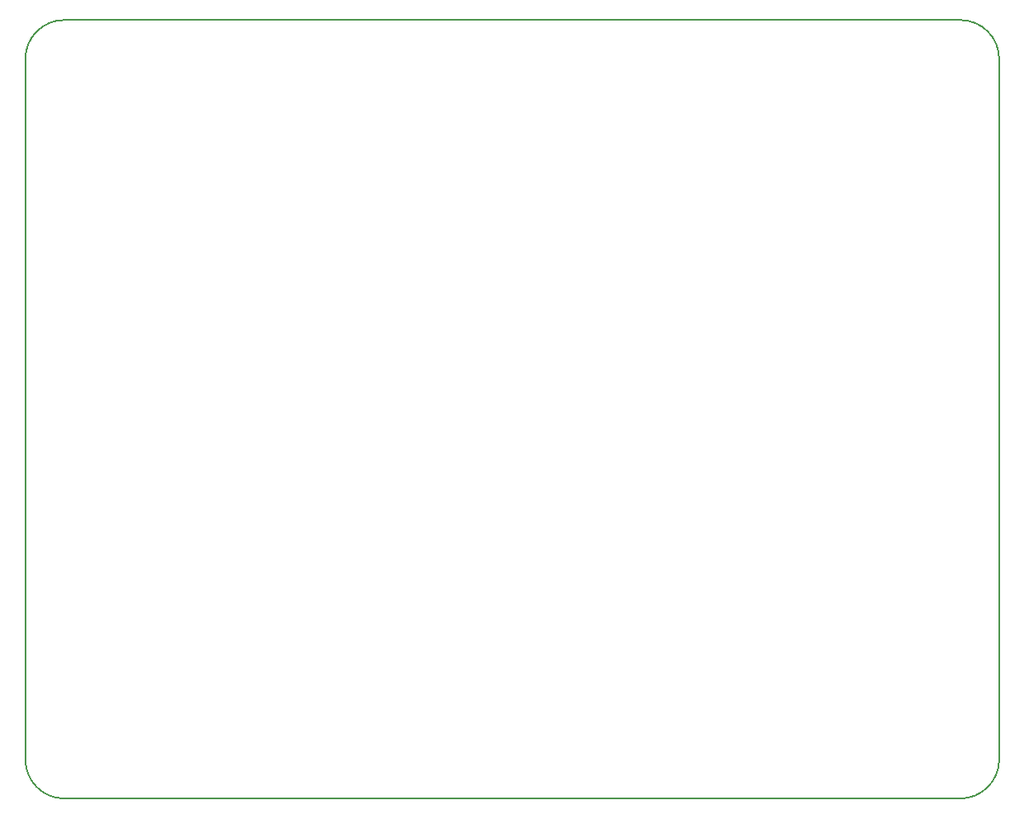
<source format=gbr>
%TF.GenerationSoftware,KiCad,Pcbnew,8.0.2-8.0.2-0~ubuntu22.04.1*%
%TF.CreationDate,2024-05-18T21:09:40+02:00*%
%TF.ProjectId,dc-to-dc-buck-converter,64632d74-6f2d-4646-932d-6275636b2d63,rev?*%
%TF.SameCoordinates,Original*%
%TF.FileFunction,Profile,NP*%
%FSLAX46Y46*%
G04 Gerber Fmt 4.6, Leading zero omitted, Abs format (unit mm)*
G04 Created by KiCad (PCBNEW 8.0.2-8.0.2-0~ubuntu22.04.1) date 2024-05-18 21:09:40*
%MOMM*%
%LPD*%
G01*
G04 APERTURE LIST*
%TA.AperFunction,Profile*%
%ADD10C,0.200000*%
%TD*%
G04 APERTURE END LIST*
D10*
X104000000Y-50000019D02*
X196000000Y-50000019D01*
X100000000Y-126000019D02*
X100000000Y-54000019D01*
X196000000Y-130000019D02*
X104000000Y-130000019D01*
X104000000Y-130000019D02*
G75*
G02*
X99999981Y-126000019I0J4000019D01*
G01*
X200000000Y-54000019D02*
X200000000Y-126000019D01*
X200000000Y-126000019D02*
G75*
G02*
X196000000Y-130000000I-4000000J19D01*
G01*
X100000000Y-54000019D02*
G75*
G02*
X104000000Y-50000000I4000000J19D01*
G01*
X196000000Y-50000019D02*
G75*
G02*
X199999981Y-54000019I0J-3999981D01*
G01*
M02*

</source>
